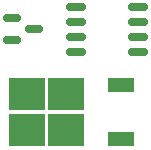
<source format=gbr>
%TF.GenerationSoftware,KiCad,Pcbnew,6.0.2+dfsg-1*%
%TF.CreationDate,2024-08-03T19:21:51-04:00*%
%TF.ProjectId,elpixel,656c7069-7865-46c2-9e6b-696361645f70,rev?*%
%TF.SameCoordinates,Original*%
%TF.FileFunction,Paste,Top*%
%TF.FilePolarity,Positive*%
%FSLAX46Y46*%
G04 Gerber Fmt 4.6, Leading zero omitted, Abs format (unit mm)*
G04 Created by KiCad (PCBNEW 6.0.2+dfsg-1) date 2024-08-03 19:21:51*
%MOMM*%
%LPD*%
G01*
G04 APERTURE LIST*
G04 Aperture macros list*
%AMRoundRect*
0 Rectangle with rounded corners*
0 $1 Rounding radius*
0 $2 $3 $4 $5 $6 $7 $8 $9 X,Y pos of 4 corners*
0 Add a 4 corners polygon primitive as box body*
4,1,4,$2,$3,$4,$5,$6,$7,$8,$9,$2,$3,0*
0 Add four circle primitives for the rounded corners*
1,1,$1+$1,$2,$3*
1,1,$1+$1,$4,$5*
1,1,$1+$1,$6,$7*
1,1,$1+$1,$8,$9*
0 Add four rect primitives between the rounded corners*
20,1,$1+$1,$2,$3,$4,$5,0*
20,1,$1+$1,$4,$5,$6,$7,0*
20,1,$1+$1,$6,$7,$8,$9,0*
20,1,$1+$1,$8,$9,$2,$3,0*%
G04 Aperture macros list end*
%ADD10RoundRect,0.150000X-0.675000X-0.150000X0.675000X-0.150000X0.675000X0.150000X-0.675000X0.150000X0*%
%ADD11RoundRect,0.150000X-0.587500X-0.150000X0.587500X-0.150000X0.587500X0.150000X-0.587500X0.150000X0*%
%ADD12R,3.050000X2.750000*%
%ADD13R,2.200000X1.200000*%
G04 APERTURE END LIST*
D10*
%TO.C,WS*%
X117375000Y-130095000D03*
X117375000Y-131365000D03*
X117375000Y-132635000D03*
X117375000Y-133905000D03*
X122625000Y-133905000D03*
X122625000Y-132635000D03*
X122625000Y-131365000D03*
X122625000Y-130095000D03*
%TD*%
D11*
%TO.C,T*%
X112000000Y-131000000D03*
X112000000Y-132900000D03*
X113875000Y-131950000D03*
%TD*%
D12*
%TO.C,VREG*%
X116575000Y-140525000D03*
X113225000Y-137475000D03*
X113225000Y-140525000D03*
X116575000Y-137475000D03*
D13*
X121200000Y-141280000D03*
X121200000Y-136720000D03*
%TD*%
M02*

</source>
